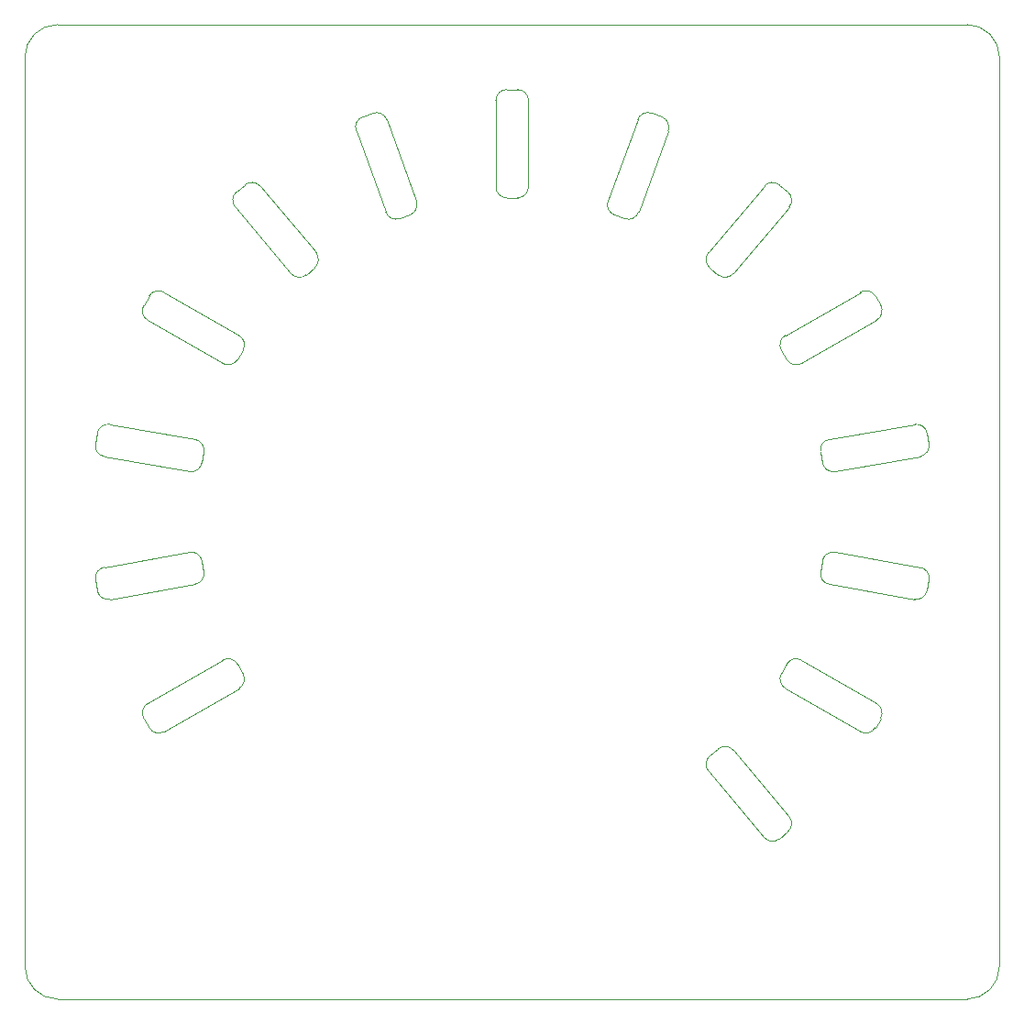
<source format=gbr>
%TF.GenerationSoftware,KiCad,Pcbnew,7.0.1*%
%TF.CreationDate,2023-07-17T00:53:44+01:00*%
%TF.ProjectId,Gateway Board,47617465-7761-4792-9042-6f6172642e6b,rev?*%
%TF.SameCoordinates,Original*%
%TF.FileFunction,Profile,NP*%
%FSLAX46Y46*%
G04 Gerber Fmt 4.6, Leading zero omitted, Abs format (unit mm)*
G04 Created by KiCad (PCBNEW 7.0.1) date 2023-07-17 00:53:44*
%MOMM*%
%LPD*%
G01*
G04 APERTURE LIST*
%TA.AperFunction,Profile*%
%ADD10C,0.100000*%
%TD*%
G04 APERTURE END LIST*
D10*
X119548261Y-70445661D02*
G75*
G03*
X119425005Y-71854493I642739J-766039D01*
G01*
X121723143Y-69926124D02*
G75*
G03*
X120314305Y-69802873I-766043J-642776D01*
G01*
X106679322Y-107264683D02*
X106505674Y-106279875D01*
X110974984Y-80932998D02*
G75*
G03*
X111341035Y-82299038I866016J-500002D01*
G01*
X170574994Y-71854492D02*
G75*
G03*
X170451739Y-70445661I-765994J642792D01*
G01*
X159406304Y-64804711D02*
X156670143Y-72322252D01*
X182162234Y-108075781D02*
G75*
G03*
X183320678Y-107264683I173666J984781D01*
G01*
X153851065Y-71296191D02*
X156587226Y-63778650D01*
X170451739Y-129554339D02*
G75*
G03*
X170574995Y-128145507I-642739J766039D01*
G01*
X182683175Y-94878626D02*
G75*
G03*
X183494326Y-93720125I-173675J984826D01*
G01*
X178525035Y-80066961D02*
G75*
G03*
X177158965Y-79700962I-866035J-500039D01*
G01*
X182162222Y-108075842D02*
X174283760Y-106686657D01*
X174804705Y-103732234D02*
X182683167Y-105121419D01*
X183494280Y-106279867D02*
G75*
G03*
X182683167Y-105121420I-984780J173667D01*
G01*
X120135263Y-114933013D02*
X119635263Y-114066988D01*
X173472601Y-94471799D02*
X173646249Y-95456607D01*
X177158965Y-120299038D02*
X170230762Y-116299038D01*
X163134591Y-76054509D02*
G75*
G03*
X163257818Y-77463317I766009J-642791D01*
G01*
X120135266Y-85066988D02*
G75*
G03*
X119769238Y-83700963I-866066J499988D01*
G01*
X174283760Y-93313343D02*
X182162222Y-91924158D01*
X169685695Y-69802873D02*
X170451739Y-70445661D01*
X107316833Y-105121419D02*
X115195295Y-103732234D01*
X107837766Y-91924219D02*
G75*
G03*
X106679322Y-92735317I-173666J-984781D01*
G01*
X107316825Y-105121374D02*
G75*
G03*
X106505674Y-106279875I173675J-984826D01*
G01*
X179025016Y-119067002D02*
G75*
G03*
X178658965Y-117700962I-866016J500002D01*
G01*
X163134562Y-76054485D02*
X168276863Y-69926129D01*
X183320678Y-92735317D02*
X183494326Y-93720125D01*
X119635263Y-85933013D02*
X120135263Y-85066988D01*
X144500000Y-71000000D02*
X145500000Y-71000000D01*
X171730786Y-113700921D02*
G75*
G03*
X170364737Y-114066987I-499986J-866079D01*
G01*
X111475009Y-119933013D02*
X110975009Y-119066988D01*
X118269214Y-86299079D02*
G75*
G03*
X119635263Y-85933013I499986J866079D01*
G01*
X133412773Y-63778650D02*
X136148934Y-71296191D01*
X111341051Y-117700989D02*
G75*
G03*
X110975011Y-119066987I499949J-866011D01*
G01*
X159406310Y-64804712D02*
G75*
G03*
X158808632Y-63522998I-939710J342012D01*
G01*
X111474965Y-119933039D02*
G75*
G03*
X112841035Y-120299038I866035J500039D01*
G01*
X163257818Y-77463317D02*
X164023862Y-78106105D01*
X146500000Y-62000000D02*
G75*
G03*
X145500000Y-61000000I-1000000J0D01*
G01*
X134611570Y-72919924D02*
X135551263Y-72577904D01*
X116353751Y-95456607D02*
X116527399Y-94471799D01*
X124567256Y-77982890D02*
G75*
G03*
X125976137Y-78106105I766044J642790D01*
G01*
X169864734Y-114933012D02*
G75*
G03*
X170230762Y-116299037I866066J-499988D01*
G01*
X131191368Y-63522998D02*
X132131061Y-63180978D01*
X107837778Y-91924158D02*
X115716240Y-93313343D01*
X182683167Y-94878581D02*
X174804705Y-96267766D01*
X157868924Y-63181017D02*
G75*
G03*
X156587227Y-63778650I-342024J-939683D01*
G01*
X103000000Y-55000000D02*
G75*
G03*
X100000000Y-58000000I0J-3000000D01*
G01*
X178658949Y-82299011D02*
G75*
G03*
X179024989Y-80933013I-499949J866011D01*
G01*
X106679261Y-107264694D02*
G75*
G03*
X107837777Y-108075842I984839J173694D01*
G01*
X154448738Y-72577904D02*
X155388431Y-72919924D01*
X143500000Y-70000000D02*
G75*
G03*
X144500000Y-71000000I1000000J0D01*
G01*
X190000000Y-58000000D02*
X190000000Y-142000000D01*
X183320739Y-92735306D02*
G75*
G03*
X182162223Y-91924158I-984839J-173694D01*
G01*
X170451739Y-129554339D02*
X169685695Y-130197127D01*
X179024991Y-119066987D02*
X178524991Y-119933012D01*
X116353669Y-104543407D02*
G75*
G03*
X115195295Y-103732233I-984769J-173593D01*
G01*
X155388459Y-72919847D02*
G75*
G03*
X156670143Y-72322251I342041J939647D01*
G01*
X135551266Y-72577914D02*
G75*
G03*
X136148935Y-71296191I-342066J939714D01*
G01*
X133412813Y-63778636D02*
G75*
G03*
X132131061Y-63180978I-939713J-342064D01*
G01*
X170574996Y-71854493D02*
X165432695Y-77982849D01*
X115195281Y-96267848D02*
G75*
G03*
X116353751Y-95456607I173619J984848D01*
G01*
X103000000Y-55000000D02*
X187000000Y-55000000D01*
X119548261Y-70445661D02*
X120314305Y-69802873D01*
X146500000Y-62000000D02*
X146500000Y-70000000D01*
X171730762Y-113700962D02*
X178658965Y-117700962D01*
X144500000Y-61000000D02*
G75*
G03*
X143500000Y-62000000I0J-1000000D01*
G01*
X178524991Y-80066987D02*
X179024991Y-80933012D01*
X187000000Y-145000000D02*
X103000000Y-145000000D01*
X170230764Y-83700965D02*
G75*
G03*
X169864737Y-85066987I500036J-866035D01*
G01*
X168276863Y-130073870D02*
X163134562Y-123945514D01*
X174804719Y-103732152D02*
G75*
G03*
X173646249Y-104543393I-173619J-984848D01*
G01*
X133329857Y-72322252D02*
X130593696Y-64804711D01*
X164023904Y-78106056D02*
G75*
G03*
X165432695Y-77982849I642796J765956D01*
G01*
X115195295Y-96267766D02*
X107316833Y-94878581D01*
X169864737Y-85066987D02*
X170364737Y-85933012D01*
X112841008Y-79701008D02*
G75*
G03*
X111475011Y-80066987I-500008J-865992D01*
G01*
X170364737Y-114066987D02*
X169864737Y-114933012D01*
X106505720Y-93720133D02*
G75*
G03*
X107316833Y-94878580I984780J-173667D01*
G01*
X168276857Y-130073876D02*
G75*
G03*
X169685695Y-130197127I766043J642776D01*
G01*
X173646331Y-95456593D02*
G75*
G03*
X174804705Y-96267767I984769J173593D01*
G01*
X157868939Y-63180978D02*
X158808632Y-63522998D01*
X173472539Y-105528190D02*
G75*
G03*
X174283761Y-106686656I984861J-173610D01*
G01*
X121723137Y-69926130D02*
X126865438Y-76054486D01*
X126742206Y-77463345D02*
G75*
G03*
X126865437Y-76054485I-642806J766045D01*
G01*
X163257794Y-122536655D02*
G75*
G03*
X163134563Y-123945515I642806J-766045D01*
G01*
X169685690Y-69802879D02*
G75*
G03*
X168276863Y-69926129I-642790J-766021D01*
G01*
X144500000Y-61000000D02*
X145500000Y-61000000D01*
X100000000Y-142000000D02*
X100000000Y-58000000D01*
X111341035Y-117700962D02*
X118269238Y-113700962D01*
X125976137Y-78106105D02*
X126742181Y-77463317D01*
X177158992Y-120298992D02*
G75*
G03*
X178524989Y-119933013I500008J865992D01*
G01*
X178658965Y-82299038D02*
X171730762Y-86299038D01*
X187000000Y-145000000D02*
G75*
G03*
X190000000Y-142000000I0J3000000D01*
G01*
X119635221Y-114067011D02*
G75*
G03*
X118269238Y-113700963I-866021J-499989D01*
G01*
X116527399Y-105528201D02*
X116353751Y-104543393D01*
X164023863Y-121893895D02*
X163257819Y-122536683D01*
X119769238Y-116299038D02*
X112841035Y-120299038D01*
X110975009Y-80933013D02*
X111475009Y-80066988D01*
X170364779Y-85932989D02*
G75*
G03*
X171730762Y-86299037I866021J499989D01*
G01*
X118269238Y-86299038D02*
X111341035Y-82299038D01*
X106505674Y-93720125D02*
X106679322Y-92735317D01*
X173646249Y-104543393D02*
X173472601Y-105528201D01*
X112841035Y-79700962D02*
X119769238Y-83700962D01*
X170230762Y-83700962D02*
X177158965Y-79700962D01*
X165432744Y-122017110D02*
G75*
G03*
X164023863Y-121893895I-766044J-642790D01*
G01*
X131191370Y-63523002D02*
G75*
G03*
X130593695Y-64804710I342030J-939698D01*
G01*
X100000000Y-142000000D02*
G75*
G03*
X103000000Y-145000000I3000000J0D01*
G01*
X153851075Y-71296195D02*
G75*
G03*
X154448738Y-72577904I939725J-342005D01*
G01*
X190000000Y-58000000D02*
G75*
G03*
X187000000Y-55000000I-3000000J0D01*
G01*
X115716228Y-106686593D02*
G75*
G03*
X116527398Y-105528201I-173628J984793D01*
G01*
X183494326Y-106279875D02*
X183320678Y-107264683D01*
X143500000Y-70000000D02*
X143500000Y-62000000D01*
X174283772Y-93313407D02*
G75*
G03*
X173472602Y-94471799I173628J-984793D01*
G01*
X116527461Y-94471810D02*
G75*
G03*
X115716239Y-93313344I-984861J173610D01*
G01*
X133329780Y-72322279D02*
G75*
G03*
X134611569Y-72919924I939720J342079D01*
G01*
X165432695Y-122017152D02*
X170574996Y-128145508D01*
X119769236Y-116299035D02*
G75*
G03*
X120135263Y-114933013I-500036J866035D01*
G01*
X124567305Y-77982848D02*
X119425004Y-71854492D01*
X145500000Y-71000000D02*
G75*
G03*
X146500000Y-70000000I0J1000000D01*
G01*
X115716240Y-106686657D02*
X107837778Y-108075842D01*
M02*

</source>
